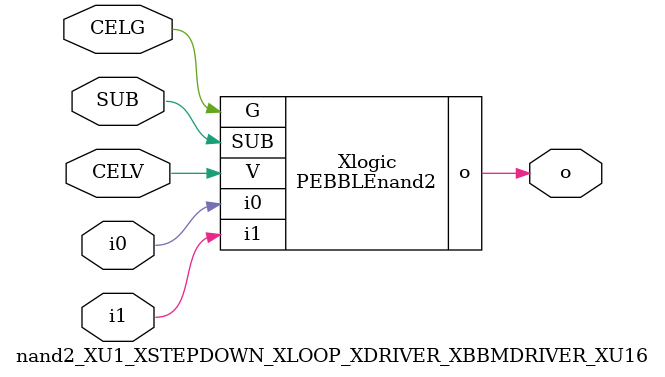
<source format=v>



module PEBBLEnand2 ( o, G, SUB, V, i0, i1 );

  input i0;
  input V;
  input i1;
  input G;
  output o;
  input SUB;
endmodule

//Celera Confidential Do Not Copy nand2_XU1_XSTEPDOWN_XLOOP_XDRIVER_XBBMDRIVER_XU16
//Celera Confidential Symbol Generator
//5V NAND2
module nand2_XU1_XSTEPDOWN_XLOOP_XDRIVER_XBBMDRIVER_XU16 (CELV,CELG,i0,i1,o,SUB);
input CELV;
input CELG;
input i0;
input i1;
input SUB;
output o;

//Celera Confidential Do Not Copy nand2
PEBBLEnand2 Xlogic(
.V (CELV),
.i0 (i0),
.i1 (i1),
.o (o),
.SUB (SUB),
.G (CELG)
);
//,diesize,PEBBLEnand2

//Celera Confidential Do Not Copy Module End
//Celera Schematic Generator
endmodule

</source>
